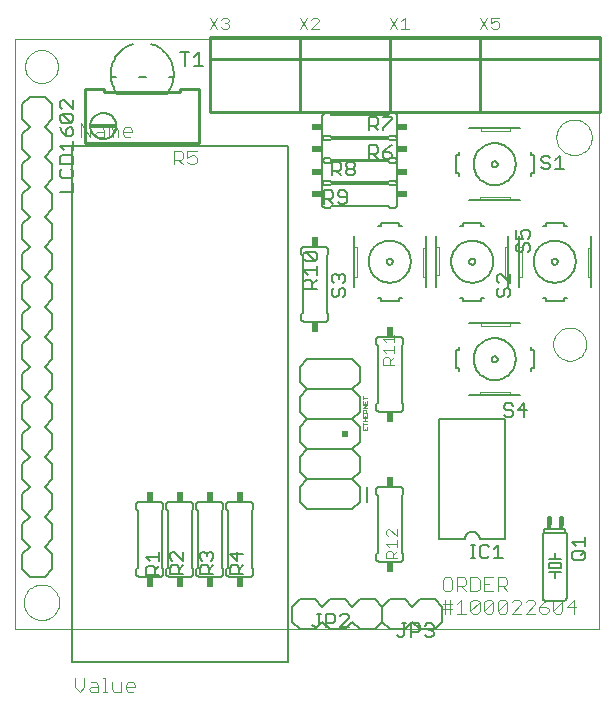
<source format=gto>
G75*
%MOIN*%
%OFA0B0*%
%FSLAX24Y24*%
%IPPOS*%
%LPD*%
%AMOC8*
5,1,8,0,0,1.08239X$1,22.5*
%
%ADD10C,0.0000*%
%ADD11C,0.0040*%
%ADD12C,0.0060*%
%ADD13R,0.0240X0.0340*%
%ADD14C,0.0050*%
%ADD15C,0.0080*%
%ADD16C,0.0100*%
%ADD17R,0.0827X0.0157*%
%ADD18C,0.0020*%
%ADD19R,0.0340X0.0240*%
%ADD20C,0.0010*%
%ADD21R,0.0200X0.0200*%
%ADD22C,0.0160*%
%ADD23R,0.0160X0.0230*%
D10*
X000800Y002782D02*
X000800Y022467D01*
X020292Y022467D01*
X020292Y002782D01*
X000800Y002782D01*
X001103Y003676D02*
X001105Y003724D01*
X001111Y003772D01*
X001121Y003819D01*
X001134Y003865D01*
X001152Y003910D01*
X001172Y003954D01*
X001197Y003996D01*
X001225Y004035D01*
X001255Y004072D01*
X001289Y004106D01*
X001326Y004138D01*
X001364Y004167D01*
X001405Y004192D01*
X001448Y004214D01*
X001493Y004232D01*
X001539Y004246D01*
X001586Y004257D01*
X001634Y004264D01*
X001682Y004267D01*
X001730Y004266D01*
X001778Y004261D01*
X001826Y004252D01*
X001872Y004240D01*
X001917Y004223D01*
X001961Y004203D01*
X002003Y004180D01*
X002043Y004153D01*
X002081Y004123D01*
X002116Y004090D01*
X002148Y004054D01*
X002178Y004016D01*
X002204Y003975D01*
X002226Y003932D01*
X002246Y003888D01*
X002261Y003843D01*
X002273Y003796D01*
X002281Y003748D01*
X002285Y003700D01*
X002285Y003652D01*
X002281Y003604D01*
X002273Y003556D01*
X002261Y003509D01*
X002246Y003464D01*
X002226Y003420D01*
X002204Y003377D01*
X002178Y003336D01*
X002148Y003298D01*
X002116Y003262D01*
X002081Y003229D01*
X002043Y003199D01*
X002003Y003172D01*
X001961Y003149D01*
X001917Y003129D01*
X001872Y003112D01*
X001826Y003100D01*
X001778Y003091D01*
X001730Y003086D01*
X001682Y003085D01*
X001634Y003088D01*
X001586Y003095D01*
X001539Y003106D01*
X001493Y003120D01*
X001448Y003138D01*
X001405Y003160D01*
X001364Y003185D01*
X001326Y003214D01*
X001289Y003246D01*
X001255Y003280D01*
X001225Y003317D01*
X001197Y003356D01*
X001172Y003398D01*
X001152Y003442D01*
X001134Y003487D01*
X001121Y003533D01*
X001111Y003580D01*
X001105Y003628D01*
X001103Y003676D01*
X001143Y021532D02*
X001145Y021579D01*
X001151Y021625D01*
X001161Y021671D01*
X001174Y021716D01*
X001192Y021759D01*
X001213Y021801D01*
X001237Y021841D01*
X001265Y021878D01*
X001296Y021913D01*
X001330Y021946D01*
X001366Y021975D01*
X001405Y022001D01*
X001446Y022024D01*
X001489Y022043D01*
X001533Y022059D01*
X001578Y022071D01*
X001624Y022079D01*
X001671Y022083D01*
X001717Y022083D01*
X001764Y022079D01*
X001810Y022071D01*
X001855Y022059D01*
X001899Y022043D01*
X001942Y022024D01*
X001983Y022001D01*
X002022Y021975D01*
X002058Y021946D01*
X002092Y021913D01*
X002123Y021878D01*
X002151Y021841D01*
X002175Y021801D01*
X002196Y021759D01*
X002214Y021716D01*
X002227Y021671D01*
X002237Y021625D01*
X002243Y021579D01*
X002245Y021532D01*
X002243Y021485D01*
X002237Y021439D01*
X002227Y021393D01*
X002214Y021348D01*
X002196Y021305D01*
X002175Y021263D01*
X002151Y021223D01*
X002123Y021186D01*
X002092Y021151D01*
X002058Y021118D01*
X002022Y021089D01*
X001983Y021063D01*
X001942Y021040D01*
X001899Y021021D01*
X001855Y021005D01*
X001810Y020993D01*
X001764Y020985D01*
X001717Y020981D01*
X001671Y020981D01*
X001624Y020985D01*
X001578Y020993D01*
X001533Y021005D01*
X001489Y021021D01*
X001446Y021040D01*
X001405Y021063D01*
X001366Y021089D01*
X001330Y021118D01*
X001296Y021151D01*
X001265Y021186D01*
X001237Y021223D01*
X001213Y021263D01*
X001192Y021305D01*
X001174Y021348D01*
X001161Y021393D01*
X001151Y021439D01*
X001145Y021485D01*
X001143Y021532D01*
X018749Y012282D02*
X018751Y012329D01*
X018757Y012375D01*
X018767Y012421D01*
X018780Y012466D01*
X018798Y012509D01*
X018819Y012551D01*
X018843Y012591D01*
X018871Y012628D01*
X018902Y012663D01*
X018936Y012696D01*
X018972Y012725D01*
X019011Y012751D01*
X019052Y012774D01*
X019095Y012793D01*
X019139Y012809D01*
X019184Y012821D01*
X019230Y012829D01*
X019277Y012833D01*
X019323Y012833D01*
X019370Y012829D01*
X019416Y012821D01*
X019461Y012809D01*
X019505Y012793D01*
X019548Y012774D01*
X019589Y012751D01*
X019628Y012725D01*
X019664Y012696D01*
X019698Y012663D01*
X019729Y012628D01*
X019757Y012591D01*
X019781Y012551D01*
X019802Y012509D01*
X019820Y012466D01*
X019833Y012421D01*
X019843Y012375D01*
X019849Y012329D01*
X019851Y012282D01*
X019849Y012235D01*
X019843Y012189D01*
X019833Y012143D01*
X019820Y012098D01*
X019802Y012055D01*
X019781Y012013D01*
X019757Y011973D01*
X019729Y011936D01*
X019698Y011901D01*
X019664Y011868D01*
X019628Y011839D01*
X019589Y011813D01*
X019548Y011790D01*
X019505Y011771D01*
X019461Y011755D01*
X019416Y011743D01*
X019370Y011735D01*
X019323Y011731D01*
X019277Y011731D01*
X019230Y011735D01*
X019184Y011743D01*
X019139Y011755D01*
X019095Y011771D01*
X019052Y011790D01*
X019011Y011813D01*
X018972Y011839D01*
X018936Y011868D01*
X018902Y011901D01*
X018871Y011936D01*
X018843Y011973D01*
X018819Y012013D01*
X018798Y012055D01*
X018780Y012098D01*
X018767Y012143D01*
X018757Y012189D01*
X018751Y012235D01*
X018749Y012282D01*
X018853Y019176D02*
X018855Y019224D01*
X018861Y019272D01*
X018871Y019319D01*
X018884Y019365D01*
X018902Y019410D01*
X018922Y019454D01*
X018947Y019496D01*
X018975Y019535D01*
X019005Y019572D01*
X019039Y019606D01*
X019076Y019638D01*
X019114Y019667D01*
X019155Y019692D01*
X019198Y019714D01*
X019243Y019732D01*
X019289Y019746D01*
X019336Y019757D01*
X019384Y019764D01*
X019432Y019767D01*
X019480Y019766D01*
X019528Y019761D01*
X019576Y019752D01*
X019622Y019740D01*
X019667Y019723D01*
X019711Y019703D01*
X019753Y019680D01*
X019793Y019653D01*
X019831Y019623D01*
X019866Y019590D01*
X019898Y019554D01*
X019928Y019516D01*
X019954Y019475D01*
X019976Y019432D01*
X019996Y019388D01*
X020011Y019343D01*
X020023Y019296D01*
X020031Y019248D01*
X020035Y019200D01*
X020035Y019152D01*
X020031Y019104D01*
X020023Y019056D01*
X020011Y019009D01*
X019996Y018964D01*
X019976Y018920D01*
X019954Y018877D01*
X019928Y018836D01*
X019898Y018798D01*
X019866Y018762D01*
X019831Y018729D01*
X019793Y018699D01*
X019753Y018672D01*
X019711Y018649D01*
X019667Y018629D01*
X019622Y018612D01*
X019576Y018600D01*
X019528Y018591D01*
X019480Y018586D01*
X019432Y018585D01*
X019384Y018588D01*
X019336Y018595D01*
X019289Y018606D01*
X019243Y018620D01*
X019198Y018638D01*
X019155Y018660D01*
X019114Y018685D01*
X019076Y018714D01*
X019039Y018746D01*
X019005Y018780D01*
X018975Y018817D01*
X018947Y018856D01*
X018922Y018898D01*
X018902Y018942D01*
X018884Y018987D01*
X018871Y019033D01*
X018861Y019080D01*
X018855Y019128D01*
X018853Y019176D01*
D11*
X016868Y022802D02*
X016748Y022802D01*
X016688Y022862D01*
X016688Y022982D02*
X016808Y023042D01*
X016868Y023042D01*
X016929Y022982D01*
X016929Y022862D01*
X016868Y022802D01*
X016688Y022982D02*
X016688Y023162D01*
X016929Y023162D01*
X016560Y023162D02*
X016320Y022802D01*
X016560Y022802D02*
X016320Y023162D01*
X013929Y022802D02*
X013688Y022802D01*
X013808Y022802D02*
X013808Y023162D01*
X013688Y023042D01*
X013560Y023162D02*
X013320Y022802D01*
X013560Y022802D02*
X013320Y023162D01*
X010929Y023102D02*
X010868Y023162D01*
X010748Y023162D01*
X010688Y023102D01*
X010560Y023162D02*
X010320Y022802D01*
X010560Y022802D02*
X010320Y023162D01*
X010688Y022802D02*
X010929Y023042D01*
X010929Y023102D01*
X010929Y022802D02*
X010688Y022802D01*
X007929Y022862D02*
X007868Y022802D01*
X007748Y022802D01*
X007688Y022862D01*
X007560Y022802D02*
X007320Y023162D01*
X007560Y023162D02*
X007320Y022802D01*
X007688Y023102D02*
X007748Y023162D01*
X007868Y023162D01*
X007929Y023102D01*
X007929Y023042D01*
X007868Y022982D01*
X007929Y022922D01*
X007929Y022862D01*
X007868Y022982D02*
X007808Y022982D01*
X004631Y019509D02*
X004478Y019509D01*
X004401Y019432D01*
X004401Y019279D01*
X004478Y019202D01*
X004631Y019202D01*
X004708Y019355D02*
X004401Y019355D01*
X004248Y019432D02*
X004171Y019509D01*
X004094Y019432D01*
X004094Y019202D01*
X003941Y019202D02*
X003941Y019509D01*
X004018Y019509D01*
X004094Y019432D01*
X004248Y019432D02*
X004248Y019202D01*
X003787Y019202D02*
X003557Y019202D01*
X003480Y019279D01*
X003557Y019355D01*
X003787Y019355D01*
X003787Y019432D02*
X003787Y019202D01*
X003787Y019432D02*
X003711Y019509D01*
X003557Y019509D01*
X003327Y019662D02*
X003327Y019202D01*
X003020Y019662D01*
X003020Y019202D01*
X004631Y019509D02*
X004708Y019432D01*
X004708Y019355D01*
X006098Y018731D02*
X006098Y018270D01*
X006098Y018424D02*
X006328Y018424D01*
X006405Y018501D01*
X006405Y018654D01*
X006328Y018731D01*
X006098Y018731D01*
X006251Y018424D02*
X006405Y018270D01*
X006558Y018347D02*
X006635Y018270D01*
X006789Y018270D01*
X006865Y018347D01*
X006865Y018501D01*
X006789Y018577D01*
X006712Y018577D01*
X006558Y018501D01*
X006558Y018731D01*
X006865Y018731D01*
X013070Y012459D02*
X013430Y012459D01*
X013430Y012579D02*
X013430Y012338D01*
X013430Y012210D02*
X013430Y011970D01*
X013430Y012090D02*
X013070Y012090D01*
X013190Y011970D01*
X013250Y011842D02*
X013310Y011782D01*
X013310Y011602D01*
X013310Y011722D02*
X013430Y011842D01*
X013250Y011842D02*
X013130Y011842D01*
X013070Y011782D01*
X013070Y011602D01*
X013430Y011602D01*
X013190Y012338D02*
X013070Y012459D01*
X013230Y006124D02*
X013170Y006064D01*
X013170Y005944D01*
X013230Y005884D01*
X013230Y006124D02*
X013290Y006124D01*
X013530Y005884D01*
X013530Y006124D01*
X013530Y005755D02*
X013530Y005515D01*
X013530Y005635D02*
X013170Y005635D01*
X013290Y005515D01*
X013230Y005387D02*
X013350Y005387D01*
X013410Y005327D01*
X013410Y005147D01*
X013410Y005267D02*
X013530Y005387D01*
X013230Y005387D02*
X013170Y005327D01*
X013170Y005147D01*
X013530Y005147D01*
X015070Y004435D02*
X015070Y004129D01*
X015147Y004052D01*
X015300Y004052D01*
X015377Y004129D01*
X015377Y004435D01*
X015300Y004512D01*
X015147Y004512D01*
X015070Y004435D01*
X015530Y004512D02*
X015530Y004052D01*
X015530Y004205D02*
X015761Y004205D01*
X015837Y004282D01*
X015837Y004435D01*
X015761Y004512D01*
X015530Y004512D01*
X015684Y004205D02*
X015837Y004052D01*
X015991Y004052D02*
X016221Y004052D01*
X016298Y004129D01*
X016298Y004435D01*
X016221Y004512D01*
X015991Y004512D01*
X015991Y004052D01*
X016068Y003762D02*
X016221Y003762D01*
X016298Y003685D01*
X015991Y003379D01*
X016068Y003302D01*
X016221Y003302D01*
X016298Y003379D01*
X016298Y003685D01*
X016451Y003685D02*
X016451Y003379D01*
X016758Y003685D01*
X016758Y003379D01*
X016681Y003302D01*
X016528Y003302D01*
X016451Y003379D01*
X016451Y003685D02*
X016528Y003762D01*
X016681Y003762D01*
X016758Y003685D01*
X016912Y003685D02*
X016912Y003379D01*
X017218Y003685D01*
X017218Y003379D01*
X017142Y003302D01*
X016988Y003302D01*
X016912Y003379D01*
X016912Y003685D02*
X016988Y003762D01*
X017142Y003762D01*
X017218Y003685D01*
X017372Y003685D02*
X017449Y003762D01*
X017602Y003762D01*
X017679Y003685D01*
X017679Y003609D01*
X017372Y003302D01*
X017679Y003302D01*
X017832Y003302D02*
X018139Y003609D01*
X018139Y003685D01*
X018063Y003762D01*
X017909Y003762D01*
X017832Y003685D01*
X017832Y003302D02*
X018139Y003302D01*
X018293Y003379D02*
X018369Y003302D01*
X018523Y003302D01*
X018600Y003379D01*
X018600Y003455D01*
X018523Y003532D01*
X018293Y003532D01*
X018293Y003379D01*
X018293Y003532D02*
X018446Y003685D01*
X018600Y003762D01*
X018753Y003685D02*
X018830Y003762D01*
X018983Y003762D01*
X019060Y003685D01*
X018753Y003379D01*
X018830Y003302D01*
X018983Y003302D01*
X019060Y003379D01*
X019060Y003685D01*
X019214Y003532D02*
X019520Y003532D01*
X019444Y003302D02*
X019444Y003762D01*
X019214Y003532D01*
X018753Y003379D02*
X018753Y003685D01*
X017218Y004052D02*
X017065Y004205D01*
X017142Y004205D02*
X016912Y004205D01*
X016912Y004052D02*
X016912Y004512D01*
X017142Y004512D01*
X017218Y004435D01*
X017218Y004282D01*
X017142Y004205D01*
X016758Y004052D02*
X016451Y004052D01*
X016451Y004512D01*
X016758Y004512D01*
X016605Y004282D02*
X016451Y004282D01*
X016068Y003762D02*
X015991Y003685D01*
X015991Y003379D01*
X015837Y003302D02*
X015530Y003302D01*
X015684Y003302D02*
X015684Y003762D01*
X015530Y003609D01*
X015377Y003609D02*
X015300Y003609D01*
X015070Y003609D01*
X015070Y003455D02*
X015377Y003455D01*
X015300Y003302D02*
X015300Y003762D01*
X015147Y003762D02*
X015147Y003302D01*
X004815Y000932D02*
X004815Y000855D01*
X004508Y000855D01*
X004508Y000779D02*
X004508Y000932D01*
X004585Y001009D01*
X004738Y001009D01*
X004815Y000932D01*
X004738Y000702D02*
X004585Y000702D01*
X004508Y000779D01*
X004355Y000702D02*
X004355Y001009D01*
X004048Y001009D02*
X004048Y000779D01*
X004124Y000702D01*
X004355Y000702D01*
X003894Y000702D02*
X003741Y000702D01*
X003818Y000702D02*
X003818Y001162D01*
X003741Y001162D01*
X003587Y000932D02*
X003587Y000702D01*
X003357Y000702D01*
X003280Y000779D01*
X003357Y000855D01*
X003587Y000855D01*
X003587Y000932D02*
X003511Y001009D01*
X003357Y001009D01*
X003127Y000855D02*
X003127Y001162D01*
X003127Y000855D02*
X002973Y000702D01*
X002820Y000855D01*
X002820Y001162D01*
D12*
X004950Y004532D02*
X005650Y004532D01*
X005667Y004534D01*
X005684Y004538D01*
X005700Y004545D01*
X005714Y004555D01*
X005727Y004568D01*
X005737Y004582D01*
X005744Y004598D01*
X005748Y004615D01*
X005750Y004632D01*
X005750Y004782D01*
X005700Y004832D01*
X005700Y006732D01*
X005750Y006782D01*
X005750Y006932D01*
X005850Y006932D02*
X005850Y006782D01*
X005900Y006732D01*
X005900Y004832D01*
X005850Y004782D01*
X005850Y004632D01*
X005852Y004615D01*
X005856Y004598D01*
X005863Y004582D01*
X005873Y004568D01*
X005886Y004555D01*
X005900Y004545D01*
X005916Y004538D01*
X005933Y004534D01*
X005950Y004532D01*
X006650Y004532D01*
X006667Y004534D01*
X006684Y004538D01*
X006700Y004545D01*
X006714Y004555D01*
X006727Y004568D01*
X006737Y004582D01*
X006744Y004598D01*
X006748Y004615D01*
X006750Y004632D01*
X006750Y004782D01*
X006700Y004832D01*
X006700Y006732D01*
X006750Y006782D01*
X006750Y006932D01*
X006748Y006949D01*
X006744Y006966D01*
X006737Y006982D01*
X006727Y006996D01*
X006714Y007009D01*
X006700Y007019D01*
X006684Y007026D01*
X006667Y007030D01*
X006650Y007032D01*
X005950Y007032D01*
X005933Y007030D01*
X005916Y007026D01*
X005900Y007019D01*
X005886Y007009D01*
X005873Y006996D01*
X005863Y006982D01*
X005856Y006966D01*
X005852Y006949D01*
X005850Y006932D01*
X005750Y006932D02*
X005748Y006949D01*
X005744Y006966D01*
X005737Y006982D01*
X005727Y006996D01*
X005714Y007009D01*
X005700Y007019D01*
X005684Y007026D01*
X005667Y007030D01*
X005650Y007032D01*
X004950Y007032D01*
X004933Y007030D01*
X004916Y007026D01*
X004900Y007019D01*
X004886Y007009D01*
X004873Y006996D01*
X004863Y006982D01*
X004856Y006966D01*
X004852Y006949D01*
X004850Y006932D01*
X004850Y006782D01*
X004900Y006732D01*
X004900Y004832D01*
X004850Y004782D01*
X004850Y004632D01*
X004852Y004615D01*
X004856Y004598D01*
X004863Y004582D01*
X004873Y004568D01*
X004886Y004555D01*
X004900Y004545D01*
X004916Y004538D01*
X004933Y004534D01*
X004950Y004532D01*
X006850Y004632D02*
X006850Y004782D01*
X006900Y004832D01*
X006900Y006732D01*
X006850Y006782D01*
X006850Y006932D01*
X006852Y006949D01*
X006856Y006966D01*
X006863Y006982D01*
X006873Y006996D01*
X006886Y007009D01*
X006900Y007019D01*
X006916Y007026D01*
X006933Y007030D01*
X006950Y007032D01*
X007650Y007032D01*
X007667Y007030D01*
X007684Y007026D01*
X007700Y007019D01*
X007714Y007009D01*
X007727Y006996D01*
X007737Y006982D01*
X007744Y006966D01*
X007748Y006949D01*
X007750Y006932D01*
X007750Y006782D01*
X007700Y006732D01*
X007700Y004832D01*
X007750Y004782D01*
X007750Y004632D01*
X007748Y004615D01*
X007744Y004598D01*
X007737Y004582D01*
X007727Y004568D01*
X007714Y004555D01*
X007700Y004545D01*
X007684Y004538D01*
X007667Y004534D01*
X007650Y004532D01*
X006950Y004532D01*
X006933Y004534D01*
X006916Y004538D01*
X006900Y004545D01*
X006886Y004555D01*
X006873Y004568D01*
X006863Y004582D01*
X006856Y004598D01*
X006852Y004615D01*
X006850Y004632D01*
X007850Y004632D02*
X007850Y004782D01*
X007900Y004832D01*
X007900Y006732D01*
X007850Y006782D01*
X007850Y006932D01*
X007852Y006949D01*
X007856Y006966D01*
X007863Y006982D01*
X007873Y006996D01*
X007886Y007009D01*
X007900Y007019D01*
X007916Y007026D01*
X007933Y007030D01*
X007950Y007032D01*
X008650Y007032D01*
X008667Y007030D01*
X008684Y007026D01*
X008700Y007019D01*
X008714Y007009D01*
X008727Y006996D01*
X008737Y006982D01*
X008744Y006966D01*
X008748Y006949D01*
X008750Y006932D01*
X008750Y006782D01*
X008700Y006732D01*
X008700Y004832D01*
X008750Y004782D01*
X008750Y004632D01*
X008748Y004615D01*
X008744Y004598D01*
X008737Y004582D01*
X008727Y004568D01*
X008714Y004555D01*
X008700Y004545D01*
X008684Y004538D01*
X008667Y004534D01*
X008650Y004532D01*
X007950Y004532D01*
X007933Y004534D01*
X007916Y004538D01*
X007900Y004545D01*
X007886Y004555D01*
X007873Y004568D01*
X007863Y004582D01*
X007856Y004598D01*
X007852Y004615D01*
X007850Y004632D01*
X010300Y007032D02*
X010300Y007532D01*
X010550Y007782D01*
X012050Y007782D01*
X012300Y008032D01*
X012300Y008532D01*
X012050Y008782D01*
X010550Y008782D01*
X010300Y009032D01*
X010300Y009532D01*
X010550Y009782D01*
X012050Y009782D01*
X012300Y010032D01*
X012300Y010532D01*
X012050Y010782D01*
X012300Y011032D01*
X012300Y011532D01*
X012050Y011782D01*
X010550Y011782D01*
X010300Y011532D01*
X010300Y011032D01*
X010550Y010782D01*
X012050Y010782D01*
X012850Y010282D02*
X012900Y010332D01*
X012900Y012232D01*
X012850Y012282D01*
X012850Y012432D01*
X012852Y012449D01*
X012856Y012466D01*
X012863Y012482D01*
X012873Y012496D01*
X012886Y012509D01*
X012900Y012519D01*
X012916Y012526D01*
X012933Y012530D01*
X012950Y012532D01*
X013650Y012532D01*
X013667Y012530D01*
X013684Y012526D01*
X013700Y012519D01*
X013714Y012509D01*
X013727Y012496D01*
X013737Y012482D01*
X013744Y012466D01*
X013748Y012449D01*
X013750Y012432D01*
X013750Y012282D01*
X013700Y012232D01*
X013700Y010332D01*
X013750Y010282D01*
X013750Y010132D01*
X013748Y010115D01*
X013744Y010098D01*
X013737Y010082D01*
X013727Y010068D01*
X013714Y010055D01*
X013700Y010045D01*
X013684Y010038D01*
X013667Y010034D01*
X013650Y010032D01*
X012950Y010032D01*
X012933Y010034D01*
X012916Y010038D01*
X012900Y010045D01*
X012886Y010055D01*
X012873Y010068D01*
X012863Y010082D01*
X012856Y010098D01*
X012852Y010115D01*
X012850Y010132D01*
X012850Y010282D01*
X012300Y009532D02*
X012300Y009032D01*
X012050Y008782D01*
X012300Y009532D02*
X012050Y009782D01*
X010550Y009782D02*
X010300Y010032D01*
X010300Y010532D01*
X010550Y010782D01*
X010550Y008782D02*
X010300Y008532D01*
X010300Y008032D01*
X010550Y007782D01*
X010300Y007032D02*
X010550Y006782D01*
X012050Y006782D01*
X012300Y007032D01*
X012300Y007532D01*
X012050Y007782D01*
X012850Y007432D02*
X012850Y007282D01*
X012900Y007232D01*
X012900Y005332D01*
X012850Y005282D01*
X012850Y005132D01*
X012852Y005115D01*
X012856Y005098D01*
X012863Y005082D01*
X012873Y005068D01*
X012886Y005055D01*
X012900Y005045D01*
X012916Y005038D01*
X012933Y005034D01*
X012950Y005032D01*
X013650Y005032D01*
X013667Y005034D01*
X013684Y005038D01*
X013700Y005045D01*
X013714Y005055D01*
X013727Y005068D01*
X013737Y005082D01*
X013744Y005098D01*
X013748Y005115D01*
X013750Y005132D01*
X013750Y005282D01*
X013700Y005332D01*
X013700Y007232D01*
X013750Y007282D01*
X013750Y007432D01*
X013748Y007449D01*
X013744Y007466D01*
X013737Y007482D01*
X013727Y007496D01*
X013714Y007509D01*
X013700Y007519D01*
X013684Y007526D01*
X013667Y007530D01*
X013650Y007532D01*
X012950Y007532D01*
X012933Y007530D01*
X012916Y007526D01*
X012900Y007519D01*
X012886Y007509D01*
X012873Y007496D01*
X012863Y007482D01*
X012856Y007466D01*
X012852Y007449D01*
X012850Y007432D01*
X014950Y005782D02*
X014950Y009782D01*
X017150Y009782D01*
X017150Y005782D01*
X016300Y005782D01*
X016298Y005812D01*
X016293Y005842D01*
X016284Y005871D01*
X016271Y005898D01*
X016256Y005924D01*
X016237Y005948D01*
X016216Y005969D01*
X016192Y005988D01*
X016166Y006003D01*
X016139Y006016D01*
X016110Y006025D01*
X016080Y006030D01*
X016050Y006032D01*
X016020Y006030D01*
X015990Y006025D01*
X015961Y006016D01*
X015934Y006003D01*
X015908Y005988D01*
X015884Y005969D01*
X015863Y005948D01*
X015844Y005924D01*
X015829Y005898D01*
X015816Y005871D01*
X015807Y005842D01*
X015802Y005812D01*
X015800Y005782D01*
X014950Y005782D01*
X018400Y005982D02*
X018400Y003832D01*
X018402Y003815D01*
X018406Y003798D01*
X018413Y003782D01*
X018423Y003768D01*
X018436Y003755D01*
X018450Y003745D01*
X018466Y003738D01*
X018483Y003734D01*
X018500Y003732D01*
X019100Y003732D01*
X019117Y003734D01*
X019134Y003738D01*
X019150Y003745D01*
X019164Y003755D01*
X019177Y003768D01*
X019187Y003782D01*
X019194Y003798D01*
X019198Y003815D01*
X019200Y003832D01*
X019200Y005982D01*
X019150Y005982D01*
X018450Y005982D01*
X018400Y005982D01*
X018450Y005982D02*
X018450Y006132D01*
X019150Y006132D01*
X019150Y005982D01*
X018800Y005332D02*
X018800Y005132D01*
X018600Y005132D01*
X018600Y004982D02*
X018600Y004832D01*
X019000Y004832D01*
X019000Y004982D01*
X018600Y004982D01*
X018800Y005132D02*
X019000Y005132D01*
X019000Y004682D02*
X018800Y004682D01*
X018600Y004682D01*
X018800Y004682D02*
X018800Y004482D01*
X017650Y010582D02*
X017300Y010582D01*
X016300Y010582D01*
X015950Y010582D01*
X015600Y011382D02*
X015600Y011482D01*
X015500Y011482D01*
X015500Y012082D01*
X015600Y012082D01*
X015600Y012182D01*
X015950Y012982D02*
X016350Y012982D01*
X017300Y012982D01*
X017650Y012982D01*
X018000Y012182D02*
X018000Y012082D01*
X018100Y012082D01*
X018100Y011482D01*
X018000Y011482D01*
X018000Y011382D01*
X016700Y011782D02*
X016702Y011802D01*
X016708Y011820D01*
X016717Y011838D01*
X016729Y011853D01*
X016744Y011865D01*
X016762Y011874D01*
X016780Y011880D01*
X016800Y011882D01*
X016820Y011880D01*
X016838Y011874D01*
X016856Y011865D01*
X016871Y011853D01*
X016883Y011838D01*
X016892Y011820D01*
X016898Y011802D01*
X016900Y011782D01*
X016898Y011762D01*
X016892Y011744D01*
X016883Y011726D01*
X016871Y011711D01*
X016856Y011699D01*
X016838Y011690D01*
X016820Y011684D01*
X016800Y011682D01*
X016780Y011684D01*
X016762Y011690D01*
X016744Y011699D01*
X016729Y011711D01*
X016717Y011726D01*
X016708Y011744D01*
X016702Y011762D01*
X016700Y011782D01*
X016100Y011782D02*
X016102Y011834D01*
X016108Y011886D01*
X016118Y011938D01*
X016131Y011988D01*
X016148Y012038D01*
X016169Y012086D01*
X016194Y012132D01*
X016222Y012176D01*
X016253Y012218D01*
X016287Y012258D01*
X016324Y012295D01*
X016364Y012329D01*
X016406Y012360D01*
X016450Y012388D01*
X016496Y012413D01*
X016544Y012434D01*
X016594Y012451D01*
X016644Y012464D01*
X016696Y012474D01*
X016748Y012480D01*
X016800Y012482D01*
X016852Y012480D01*
X016904Y012474D01*
X016956Y012464D01*
X017006Y012451D01*
X017056Y012434D01*
X017104Y012413D01*
X017150Y012388D01*
X017194Y012360D01*
X017236Y012329D01*
X017276Y012295D01*
X017313Y012258D01*
X017347Y012218D01*
X017378Y012176D01*
X017406Y012132D01*
X017431Y012086D01*
X017452Y012038D01*
X017469Y011988D01*
X017482Y011938D01*
X017492Y011886D01*
X017498Y011834D01*
X017500Y011782D01*
X017498Y011730D01*
X017492Y011678D01*
X017482Y011626D01*
X017469Y011576D01*
X017452Y011526D01*
X017431Y011478D01*
X017406Y011432D01*
X017378Y011388D01*
X017347Y011346D01*
X017313Y011306D01*
X017276Y011269D01*
X017236Y011235D01*
X017194Y011204D01*
X017150Y011176D01*
X017104Y011151D01*
X017056Y011130D01*
X017006Y011113D01*
X016956Y011100D01*
X016904Y011090D01*
X016852Y011084D01*
X016800Y011082D01*
X016748Y011084D01*
X016696Y011090D01*
X016644Y011100D01*
X016594Y011113D01*
X016544Y011130D01*
X016496Y011151D01*
X016450Y011176D01*
X016406Y011204D01*
X016364Y011235D01*
X016324Y011269D01*
X016287Y011306D01*
X016253Y011346D01*
X016222Y011388D01*
X016194Y011432D01*
X016169Y011478D01*
X016148Y011526D01*
X016131Y011576D01*
X016118Y011626D01*
X016108Y011678D01*
X016102Y011730D01*
X016100Y011782D01*
X016350Y013732D02*
X015750Y013732D01*
X015750Y013832D01*
X015650Y013832D01*
X016350Y013832D02*
X016350Y013732D01*
X016350Y013832D02*
X016450Y013832D01*
X017250Y014182D02*
X017250Y014532D01*
X017250Y015532D01*
X017250Y015882D01*
X017600Y015882D02*
X017600Y015532D01*
X017600Y014532D01*
X017600Y014182D01*
X018400Y013832D02*
X018500Y013832D01*
X018500Y013732D01*
X019100Y013732D01*
X019100Y013832D01*
X019200Y013832D01*
X020000Y014182D02*
X020000Y014532D01*
X020000Y015482D01*
X020000Y015882D01*
X019200Y016232D02*
X019100Y016232D01*
X019100Y016332D01*
X018500Y016332D01*
X018500Y016232D01*
X018400Y016232D01*
X017650Y017082D02*
X017300Y017082D01*
X016300Y017082D01*
X015950Y017082D01*
X015750Y016332D02*
X015750Y016232D01*
X015650Y016232D01*
X015750Y016332D02*
X016350Y016332D01*
X016350Y016232D01*
X016450Y016232D01*
X015950Y015032D02*
X015952Y015052D01*
X015958Y015070D01*
X015967Y015088D01*
X015979Y015103D01*
X015994Y015115D01*
X016012Y015124D01*
X016030Y015130D01*
X016050Y015132D01*
X016070Y015130D01*
X016088Y015124D01*
X016106Y015115D01*
X016121Y015103D01*
X016133Y015088D01*
X016142Y015070D01*
X016148Y015052D01*
X016150Y015032D01*
X016148Y015012D01*
X016142Y014994D01*
X016133Y014976D01*
X016121Y014961D01*
X016106Y014949D01*
X016088Y014940D01*
X016070Y014934D01*
X016050Y014932D01*
X016030Y014934D01*
X016012Y014940D01*
X015994Y014949D01*
X015979Y014961D01*
X015967Y014976D01*
X015958Y014994D01*
X015952Y015012D01*
X015950Y015032D01*
X015350Y015032D02*
X015352Y015084D01*
X015358Y015136D01*
X015368Y015188D01*
X015381Y015238D01*
X015398Y015288D01*
X015419Y015336D01*
X015444Y015382D01*
X015472Y015426D01*
X015503Y015468D01*
X015537Y015508D01*
X015574Y015545D01*
X015614Y015579D01*
X015656Y015610D01*
X015700Y015638D01*
X015746Y015663D01*
X015794Y015684D01*
X015844Y015701D01*
X015894Y015714D01*
X015946Y015724D01*
X015998Y015730D01*
X016050Y015732D01*
X016102Y015730D01*
X016154Y015724D01*
X016206Y015714D01*
X016256Y015701D01*
X016306Y015684D01*
X016354Y015663D01*
X016400Y015638D01*
X016444Y015610D01*
X016486Y015579D01*
X016526Y015545D01*
X016563Y015508D01*
X016597Y015468D01*
X016628Y015426D01*
X016656Y015382D01*
X016681Y015336D01*
X016702Y015288D01*
X016719Y015238D01*
X016732Y015188D01*
X016742Y015136D01*
X016748Y015084D01*
X016750Y015032D01*
X016748Y014980D01*
X016742Y014928D01*
X016732Y014876D01*
X016719Y014826D01*
X016702Y014776D01*
X016681Y014728D01*
X016656Y014682D01*
X016628Y014638D01*
X016597Y014596D01*
X016563Y014556D01*
X016526Y014519D01*
X016486Y014485D01*
X016444Y014454D01*
X016400Y014426D01*
X016354Y014401D01*
X016306Y014380D01*
X016256Y014363D01*
X016206Y014350D01*
X016154Y014340D01*
X016102Y014334D01*
X016050Y014332D01*
X015998Y014334D01*
X015946Y014340D01*
X015894Y014350D01*
X015844Y014363D01*
X015794Y014380D01*
X015746Y014401D01*
X015700Y014426D01*
X015656Y014454D01*
X015614Y014485D01*
X015574Y014519D01*
X015537Y014556D01*
X015503Y014596D01*
X015472Y014638D01*
X015444Y014682D01*
X015419Y014728D01*
X015398Y014776D01*
X015381Y014826D01*
X015368Y014876D01*
X015358Y014928D01*
X015352Y014980D01*
X015350Y015032D01*
X014850Y014582D02*
X014850Y014182D01*
X014500Y014182D02*
X014500Y014532D01*
X014500Y015482D01*
X014500Y015882D01*
X014850Y015882D02*
X014850Y015532D01*
X014850Y014582D01*
X013700Y013832D02*
X013600Y013832D01*
X013600Y013732D01*
X013000Y013732D01*
X013000Y013832D01*
X012900Y013832D01*
X012100Y014182D02*
X012100Y014532D01*
X012100Y015532D01*
X012100Y015882D01*
X012900Y016232D02*
X013000Y016232D01*
X013000Y016332D01*
X013600Y016332D01*
X013600Y016232D01*
X013700Y016232D01*
X013450Y016832D02*
X013300Y016832D01*
X013250Y016882D01*
X011350Y016882D01*
X011300Y016832D01*
X011150Y016832D01*
X011133Y016834D01*
X011116Y016838D01*
X011100Y016845D01*
X011086Y016855D01*
X011073Y016868D01*
X011063Y016882D01*
X011056Y016898D01*
X011052Y016915D01*
X011050Y016932D01*
X011050Y017632D01*
X011050Y017682D02*
X011050Y018382D01*
X011050Y018432D02*
X011050Y019132D01*
X011050Y019182D02*
X011050Y019882D01*
X011052Y019899D01*
X011056Y019916D01*
X011063Y019932D01*
X011073Y019946D01*
X011086Y019959D01*
X011100Y019969D01*
X011116Y019976D01*
X011133Y019980D01*
X011150Y019982D01*
X011300Y019982D01*
X011350Y019932D01*
X013250Y019932D01*
X013300Y019982D01*
X013450Y019982D01*
X013467Y019980D01*
X013484Y019976D01*
X013500Y019969D01*
X013514Y019959D01*
X013527Y019946D01*
X013537Y019932D01*
X013544Y019916D01*
X013548Y019899D01*
X013550Y019882D01*
X013550Y019182D01*
X013550Y019132D02*
X013550Y018432D01*
X013550Y018382D02*
X013550Y017682D01*
X013550Y017632D02*
X013550Y016932D01*
X013548Y016915D01*
X013544Y016898D01*
X013537Y016882D01*
X013527Y016868D01*
X013514Y016855D01*
X013500Y016845D01*
X013484Y016838D01*
X013467Y016834D01*
X013450Y016832D01*
X013450Y017582D02*
X013300Y017582D01*
X013250Y017632D01*
X011350Y017632D01*
X011300Y017582D01*
X011150Y017582D01*
X011050Y017632D02*
X011052Y017649D01*
X011056Y017666D01*
X011063Y017682D01*
X011073Y017696D01*
X011086Y017709D01*
X011100Y017719D01*
X011116Y017726D01*
X011133Y017730D01*
X011150Y017732D01*
X011300Y017732D01*
X011350Y017682D01*
X013250Y017682D01*
X013300Y017732D01*
X013450Y017732D01*
X013550Y017682D02*
X013548Y017665D01*
X013544Y017648D01*
X013537Y017632D01*
X013527Y017618D01*
X013514Y017605D01*
X013500Y017595D01*
X013484Y017588D01*
X013467Y017584D01*
X013450Y017582D01*
X013550Y017632D02*
X013548Y017649D01*
X013544Y017666D01*
X013537Y017682D01*
X013527Y017696D01*
X013514Y017709D01*
X013500Y017719D01*
X013484Y017726D01*
X013467Y017730D01*
X013450Y017732D01*
X013450Y018332D02*
X013300Y018332D01*
X013250Y018382D01*
X011350Y018382D01*
X011300Y018332D01*
X011150Y018332D01*
X011050Y018382D02*
X011052Y018399D01*
X011056Y018416D01*
X011063Y018432D01*
X011073Y018446D01*
X011086Y018459D01*
X011100Y018469D01*
X011116Y018476D01*
X011133Y018480D01*
X011150Y018482D01*
X011300Y018482D01*
X011350Y018432D01*
X013250Y018432D01*
X013300Y018482D01*
X013450Y018482D01*
X013550Y018432D02*
X013548Y018415D01*
X013544Y018398D01*
X013537Y018382D01*
X013527Y018368D01*
X013514Y018355D01*
X013500Y018345D01*
X013484Y018338D01*
X013467Y018334D01*
X013450Y018332D01*
X013550Y018382D02*
X013548Y018399D01*
X013544Y018416D01*
X013537Y018432D01*
X013527Y018446D01*
X013514Y018459D01*
X013500Y018469D01*
X013484Y018476D01*
X013467Y018480D01*
X013450Y018482D01*
X013450Y019082D02*
X013300Y019082D01*
X013250Y019132D01*
X011350Y019132D01*
X011300Y019082D01*
X011150Y019082D01*
X011050Y019132D02*
X011052Y019149D01*
X011056Y019166D01*
X011063Y019182D01*
X011073Y019196D01*
X011086Y019209D01*
X011100Y019219D01*
X011116Y019226D01*
X011133Y019230D01*
X011150Y019232D01*
X011300Y019232D01*
X011350Y019182D01*
X013250Y019182D01*
X013300Y019232D01*
X013450Y019232D01*
X013550Y019182D02*
X013548Y019165D01*
X013544Y019148D01*
X013537Y019132D01*
X013527Y019118D01*
X013514Y019105D01*
X013500Y019095D01*
X013484Y019088D01*
X013467Y019084D01*
X013450Y019082D01*
X013550Y019132D02*
X013548Y019149D01*
X013544Y019166D01*
X013537Y019182D01*
X013527Y019196D01*
X013514Y019209D01*
X013500Y019219D01*
X013484Y019226D01*
X013467Y019230D01*
X013450Y019232D01*
X015500Y018582D02*
X015500Y017982D01*
X015600Y017982D01*
X015600Y017882D01*
X015600Y018582D02*
X015600Y018682D01*
X015600Y018582D02*
X015500Y018582D01*
X015950Y019482D02*
X016350Y019482D01*
X017300Y019482D01*
X017650Y019482D01*
X018000Y018682D02*
X018000Y018582D01*
X018100Y018582D01*
X018100Y017982D01*
X018000Y017982D01*
X018000Y017882D01*
X016700Y018282D02*
X016702Y018302D01*
X016708Y018320D01*
X016717Y018338D01*
X016729Y018353D01*
X016744Y018365D01*
X016762Y018374D01*
X016780Y018380D01*
X016800Y018382D01*
X016820Y018380D01*
X016838Y018374D01*
X016856Y018365D01*
X016871Y018353D01*
X016883Y018338D01*
X016892Y018320D01*
X016898Y018302D01*
X016900Y018282D01*
X016898Y018262D01*
X016892Y018244D01*
X016883Y018226D01*
X016871Y018211D01*
X016856Y018199D01*
X016838Y018190D01*
X016820Y018184D01*
X016800Y018182D01*
X016780Y018184D01*
X016762Y018190D01*
X016744Y018199D01*
X016729Y018211D01*
X016717Y018226D01*
X016708Y018244D01*
X016702Y018262D01*
X016700Y018282D01*
X016100Y018282D02*
X016102Y018334D01*
X016108Y018386D01*
X016118Y018438D01*
X016131Y018488D01*
X016148Y018538D01*
X016169Y018586D01*
X016194Y018632D01*
X016222Y018676D01*
X016253Y018718D01*
X016287Y018758D01*
X016324Y018795D01*
X016364Y018829D01*
X016406Y018860D01*
X016450Y018888D01*
X016496Y018913D01*
X016544Y018934D01*
X016594Y018951D01*
X016644Y018964D01*
X016696Y018974D01*
X016748Y018980D01*
X016800Y018982D01*
X016852Y018980D01*
X016904Y018974D01*
X016956Y018964D01*
X017006Y018951D01*
X017056Y018934D01*
X017104Y018913D01*
X017150Y018888D01*
X017194Y018860D01*
X017236Y018829D01*
X017276Y018795D01*
X017313Y018758D01*
X017347Y018718D01*
X017378Y018676D01*
X017406Y018632D01*
X017431Y018586D01*
X017452Y018538D01*
X017469Y018488D01*
X017482Y018438D01*
X017492Y018386D01*
X017498Y018334D01*
X017500Y018282D01*
X017498Y018230D01*
X017492Y018178D01*
X017482Y018126D01*
X017469Y018076D01*
X017452Y018026D01*
X017431Y017978D01*
X017406Y017932D01*
X017378Y017888D01*
X017347Y017846D01*
X017313Y017806D01*
X017276Y017769D01*
X017236Y017735D01*
X017194Y017704D01*
X017150Y017676D01*
X017104Y017651D01*
X017056Y017630D01*
X017006Y017613D01*
X016956Y017600D01*
X016904Y017590D01*
X016852Y017584D01*
X016800Y017582D01*
X016748Y017584D01*
X016696Y017590D01*
X016644Y017600D01*
X016594Y017613D01*
X016544Y017630D01*
X016496Y017651D01*
X016450Y017676D01*
X016406Y017704D01*
X016364Y017735D01*
X016324Y017769D01*
X016287Y017806D01*
X016253Y017846D01*
X016222Y017888D01*
X016194Y017932D01*
X016169Y017978D01*
X016148Y018026D01*
X016131Y018076D01*
X016118Y018126D01*
X016108Y018178D01*
X016102Y018230D01*
X016100Y018282D01*
X018700Y015032D02*
X018702Y015052D01*
X018708Y015070D01*
X018717Y015088D01*
X018729Y015103D01*
X018744Y015115D01*
X018762Y015124D01*
X018780Y015130D01*
X018800Y015132D01*
X018820Y015130D01*
X018838Y015124D01*
X018856Y015115D01*
X018871Y015103D01*
X018883Y015088D01*
X018892Y015070D01*
X018898Y015052D01*
X018900Y015032D01*
X018898Y015012D01*
X018892Y014994D01*
X018883Y014976D01*
X018871Y014961D01*
X018856Y014949D01*
X018838Y014940D01*
X018820Y014934D01*
X018800Y014932D01*
X018780Y014934D01*
X018762Y014940D01*
X018744Y014949D01*
X018729Y014961D01*
X018717Y014976D01*
X018708Y014994D01*
X018702Y015012D01*
X018700Y015032D01*
X018100Y015032D02*
X018102Y015084D01*
X018108Y015136D01*
X018118Y015188D01*
X018131Y015238D01*
X018148Y015288D01*
X018169Y015336D01*
X018194Y015382D01*
X018222Y015426D01*
X018253Y015468D01*
X018287Y015508D01*
X018324Y015545D01*
X018364Y015579D01*
X018406Y015610D01*
X018450Y015638D01*
X018496Y015663D01*
X018544Y015684D01*
X018594Y015701D01*
X018644Y015714D01*
X018696Y015724D01*
X018748Y015730D01*
X018800Y015732D01*
X018852Y015730D01*
X018904Y015724D01*
X018956Y015714D01*
X019006Y015701D01*
X019056Y015684D01*
X019104Y015663D01*
X019150Y015638D01*
X019194Y015610D01*
X019236Y015579D01*
X019276Y015545D01*
X019313Y015508D01*
X019347Y015468D01*
X019378Y015426D01*
X019406Y015382D01*
X019431Y015336D01*
X019452Y015288D01*
X019469Y015238D01*
X019482Y015188D01*
X019492Y015136D01*
X019498Y015084D01*
X019500Y015032D01*
X019498Y014980D01*
X019492Y014928D01*
X019482Y014876D01*
X019469Y014826D01*
X019452Y014776D01*
X019431Y014728D01*
X019406Y014682D01*
X019378Y014638D01*
X019347Y014596D01*
X019313Y014556D01*
X019276Y014519D01*
X019236Y014485D01*
X019194Y014454D01*
X019150Y014426D01*
X019104Y014401D01*
X019056Y014380D01*
X019006Y014363D01*
X018956Y014350D01*
X018904Y014340D01*
X018852Y014334D01*
X018800Y014332D01*
X018748Y014334D01*
X018696Y014340D01*
X018644Y014350D01*
X018594Y014363D01*
X018544Y014380D01*
X018496Y014401D01*
X018450Y014426D01*
X018406Y014454D01*
X018364Y014485D01*
X018324Y014519D01*
X018287Y014556D01*
X018253Y014596D01*
X018222Y014638D01*
X018194Y014682D01*
X018169Y014728D01*
X018148Y014776D01*
X018131Y014826D01*
X018118Y014876D01*
X018108Y014928D01*
X018102Y014980D01*
X018100Y015032D01*
X013200Y015032D02*
X013202Y015052D01*
X013208Y015070D01*
X013217Y015088D01*
X013229Y015103D01*
X013244Y015115D01*
X013262Y015124D01*
X013280Y015130D01*
X013300Y015132D01*
X013320Y015130D01*
X013338Y015124D01*
X013356Y015115D01*
X013371Y015103D01*
X013383Y015088D01*
X013392Y015070D01*
X013398Y015052D01*
X013400Y015032D01*
X013398Y015012D01*
X013392Y014994D01*
X013383Y014976D01*
X013371Y014961D01*
X013356Y014949D01*
X013338Y014940D01*
X013320Y014934D01*
X013300Y014932D01*
X013280Y014934D01*
X013262Y014940D01*
X013244Y014949D01*
X013229Y014961D01*
X013217Y014976D01*
X013208Y014994D01*
X013202Y015012D01*
X013200Y015032D01*
X012600Y015032D02*
X012602Y015084D01*
X012608Y015136D01*
X012618Y015188D01*
X012631Y015238D01*
X012648Y015288D01*
X012669Y015336D01*
X012694Y015382D01*
X012722Y015426D01*
X012753Y015468D01*
X012787Y015508D01*
X012824Y015545D01*
X012864Y015579D01*
X012906Y015610D01*
X012950Y015638D01*
X012996Y015663D01*
X013044Y015684D01*
X013094Y015701D01*
X013144Y015714D01*
X013196Y015724D01*
X013248Y015730D01*
X013300Y015732D01*
X013352Y015730D01*
X013404Y015724D01*
X013456Y015714D01*
X013506Y015701D01*
X013556Y015684D01*
X013604Y015663D01*
X013650Y015638D01*
X013694Y015610D01*
X013736Y015579D01*
X013776Y015545D01*
X013813Y015508D01*
X013847Y015468D01*
X013878Y015426D01*
X013906Y015382D01*
X013931Y015336D01*
X013952Y015288D01*
X013969Y015238D01*
X013982Y015188D01*
X013992Y015136D01*
X013998Y015084D01*
X014000Y015032D01*
X013998Y014980D01*
X013992Y014928D01*
X013982Y014876D01*
X013969Y014826D01*
X013952Y014776D01*
X013931Y014728D01*
X013906Y014682D01*
X013878Y014638D01*
X013847Y014596D01*
X013813Y014556D01*
X013776Y014519D01*
X013736Y014485D01*
X013694Y014454D01*
X013650Y014426D01*
X013604Y014401D01*
X013556Y014380D01*
X013506Y014363D01*
X013456Y014350D01*
X013404Y014340D01*
X013352Y014334D01*
X013300Y014332D01*
X013248Y014334D01*
X013196Y014340D01*
X013144Y014350D01*
X013094Y014363D01*
X013044Y014380D01*
X012996Y014401D01*
X012950Y014426D01*
X012906Y014454D01*
X012864Y014485D01*
X012824Y014519D01*
X012787Y014556D01*
X012753Y014596D01*
X012722Y014638D01*
X012694Y014682D01*
X012669Y014728D01*
X012648Y014776D01*
X012631Y014826D01*
X012618Y014876D01*
X012608Y014928D01*
X012602Y014980D01*
X012600Y015032D01*
X011250Y015282D02*
X011200Y015232D01*
X011200Y013332D01*
X011250Y013282D01*
X011250Y013132D01*
X011248Y013115D01*
X011244Y013098D01*
X011237Y013082D01*
X011227Y013068D01*
X011214Y013055D01*
X011200Y013045D01*
X011184Y013038D01*
X011167Y013034D01*
X011150Y013032D01*
X010450Y013032D01*
X010433Y013034D01*
X010416Y013038D01*
X010400Y013045D01*
X010386Y013055D01*
X010373Y013068D01*
X010363Y013082D01*
X010356Y013098D01*
X010352Y013115D01*
X010350Y013132D01*
X010350Y013282D01*
X010400Y013332D01*
X010400Y015232D01*
X010350Y015282D01*
X010350Y015432D01*
X010352Y015449D01*
X010356Y015466D01*
X010363Y015482D01*
X010373Y015496D01*
X010386Y015509D01*
X010400Y015519D01*
X010416Y015526D01*
X010433Y015530D01*
X010450Y015532D01*
X011150Y015532D01*
X011167Y015530D01*
X011184Y015526D01*
X011200Y015519D01*
X011214Y015509D01*
X011227Y015496D01*
X011237Y015482D01*
X011244Y015466D01*
X011248Y015449D01*
X011250Y015432D01*
X011250Y015282D01*
X011150Y017582D02*
X011133Y017584D01*
X011116Y017588D01*
X011100Y017595D01*
X011086Y017605D01*
X011073Y017618D01*
X011063Y017632D01*
X011056Y017648D01*
X011052Y017665D01*
X011050Y017682D01*
X011150Y018332D02*
X011133Y018334D01*
X011116Y018338D01*
X011100Y018345D01*
X011086Y018355D01*
X011073Y018368D01*
X011063Y018382D01*
X011056Y018398D01*
X011052Y018415D01*
X011050Y018432D01*
X011150Y019082D02*
X011133Y019084D01*
X011116Y019088D01*
X011100Y019095D01*
X011086Y019105D01*
X011073Y019118D01*
X011063Y019132D01*
X011056Y019148D01*
X011052Y019165D01*
X011050Y019182D01*
X003318Y019553D02*
X003320Y019594D01*
X003326Y019635D01*
X003336Y019675D01*
X003349Y019714D01*
X003366Y019751D01*
X003387Y019787D01*
X003411Y019821D01*
X003438Y019852D01*
X003467Y019880D01*
X003500Y019906D01*
X003534Y019928D01*
X003571Y019947D01*
X003609Y019962D01*
X003649Y019974D01*
X003689Y019982D01*
X003730Y019986D01*
X003772Y019986D01*
X003813Y019982D01*
X003853Y019974D01*
X003893Y019962D01*
X003931Y019947D01*
X003967Y019928D01*
X004002Y019906D01*
X004035Y019880D01*
X004064Y019852D01*
X004091Y019821D01*
X004115Y019787D01*
X004136Y019751D01*
X004153Y019714D01*
X004166Y019675D01*
X004176Y019635D01*
X004182Y019594D01*
X004184Y019553D01*
X004182Y019512D01*
X004176Y019471D01*
X004166Y019431D01*
X004153Y019392D01*
X004136Y019355D01*
X004115Y019319D01*
X004091Y019285D01*
X004064Y019254D01*
X004035Y019226D01*
X004002Y019200D01*
X003968Y019178D01*
X003931Y019159D01*
X003893Y019144D01*
X003853Y019132D01*
X003813Y019124D01*
X003772Y019120D01*
X003730Y019120D01*
X003689Y019124D01*
X003649Y019132D01*
X003609Y019144D01*
X003571Y019159D01*
X003535Y019178D01*
X003500Y019200D01*
X003467Y019226D01*
X003438Y019254D01*
X003411Y019285D01*
X003387Y019319D01*
X003366Y019355D01*
X003349Y019392D01*
X003336Y019431D01*
X003326Y019471D01*
X003320Y019512D01*
X003318Y019553D01*
D13*
X010800Y015702D03*
X010800Y012862D03*
X013300Y012702D03*
X013300Y009862D03*
X013300Y007702D03*
X013300Y004862D03*
X008300Y004362D03*
X007300Y004362D03*
X006300Y004362D03*
X005300Y004362D03*
X005300Y007202D03*
X006300Y007202D03*
X007300Y007202D03*
X008300Y007202D03*
D14*
X008200Y005367D02*
X008200Y005067D01*
X007975Y005292D01*
X008425Y005292D01*
X008425Y004907D02*
X008275Y004757D01*
X008275Y004832D02*
X008275Y004607D01*
X008425Y004607D02*
X007975Y004607D01*
X007975Y004832D01*
X008050Y004907D01*
X008200Y004907D01*
X008275Y004832D01*
X007425Y004907D02*
X007275Y004757D01*
X007275Y004832D02*
X007275Y004607D01*
X007425Y004607D02*
X006975Y004607D01*
X006975Y004832D01*
X007050Y004907D01*
X007200Y004907D01*
X007275Y004832D01*
X007350Y005067D02*
X007425Y005142D01*
X007425Y005292D01*
X007350Y005367D01*
X007275Y005367D01*
X007200Y005292D01*
X007200Y005217D01*
X007200Y005292D02*
X007125Y005367D01*
X007050Y005367D01*
X006975Y005292D01*
X006975Y005142D01*
X007050Y005067D01*
X006425Y005067D02*
X006125Y005367D01*
X006050Y005367D01*
X005975Y005292D01*
X005975Y005142D01*
X006050Y005067D01*
X006050Y004907D02*
X006200Y004907D01*
X006275Y004832D01*
X006275Y004607D01*
X006275Y004757D02*
X006425Y004907D01*
X006425Y005067D02*
X006425Y005367D01*
X006050Y004907D02*
X005975Y004832D01*
X005975Y004607D01*
X006425Y004607D01*
X005625Y004586D02*
X005175Y004586D01*
X005175Y004811D01*
X005250Y004886D01*
X005400Y004886D01*
X005475Y004811D01*
X005475Y004586D01*
X005475Y004736D02*
X005625Y004886D01*
X005625Y005046D02*
X005625Y005347D01*
X005625Y005197D02*
X005175Y005197D01*
X005325Y005046D01*
X002700Y001682D02*
X002700Y018882D01*
X009900Y018882D01*
X009900Y001682D01*
X002700Y001682D01*
X010724Y002912D02*
X010799Y002837D01*
X010874Y002837D01*
X010949Y002912D01*
X010949Y003287D01*
X010874Y003287D02*
X011024Y003287D01*
X011184Y003287D02*
X011409Y003287D01*
X011484Y003212D01*
X011484Y003062D01*
X011409Y002987D01*
X011184Y002987D01*
X011184Y002837D02*
X011184Y003287D01*
X011645Y003212D02*
X011720Y003287D01*
X011870Y003287D01*
X011945Y003212D01*
X011945Y003137D01*
X011645Y002837D01*
X011945Y002837D01*
X013545Y002602D02*
X013620Y002527D01*
X013695Y002527D01*
X013770Y002602D01*
X013770Y002977D01*
X013695Y002977D02*
X013845Y002977D01*
X014005Y002977D02*
X014231Y002977D01*
X014306Y002902D01*
X014306Y002752D01*
X014231Y002677D01*
X014005Y002677D01*
X014005Y002527D02*
X014005Y002977D01*
X014466Y002902D02*
X014541Y002977D01*
X014691Y002977D01*
X014766Y002902D01*
X014766Y002827D01*
X014691Y002752D01*
X014766Y002677D01*
X014766Y002602D01*
X014691Y002527D01*
X014541Y002527D01*
X014466Y002602D01*
X014616Y002752D02*
X014691Y002752D01*
X015997Y005147D02*
X016147Y005147D01*
X016072Y005147D02*
X016072Y005597D01*
X015997Y005597D02*
X016147Y005597D01*
X016304Y005522D02*
X016304Y005222D01*
X016379Y005147D01*
X016529Y005147D01*
X016604Y005222D01*
X016765Y005147D02*
X017065Y005147D01*
X016915Y005147D02*
X016915Y005597D01*
X016765Y005447D01*
X016604Y005522D02*
X016529Y005597D01*
X016379Y005597D01*
X016304Y005522D01*
X019375Y005697D02*
X019825Y005697D01*
X019825Y005847D02*
X019825Y005546D01*
X019825Y005386D02*
X019675Y005236D01*
X019825Y005161D02*
X019750Y005086D01*
X019450Y005086D01*
X019375Y005161D01*
X019375Y005311D01*
X019450Y005386D01*
X019750Y005386D01*
X019825Y005311D01*
X019825Y005161D01*
X019525Y005546D02*
X019375Y005697D01*
X017790Y009857D02*
X017790Y010307D01*
X017565Y010082D01*
X017865Y010082D01*
X017404Y010007D02*
X017404Y009932D01*
X017329Y009857D01*
X017179Y009857D01*
X017104Y009932D01*
X017179Y010082D02*
X017329Y010082D01*
X017404Y010007D01*
X017404Y010232D02*
X017329Y010307D01*
X017179Y010307D01*
X017104Y010232D01*
X017104Y010157D01*
X017179Y010082D01*
X017250Y013857D02*
X017325Y013932D01*
X017325Y014082D01*
X017250Y014157D01*
X017175Y014157D01*
X017100Y014082D01*
X017100Y013932D01*
X017025Y013857D01*
X016950Y013857D01*
X016875Y013932D01*
X016875Y014082D01*
X016950Y014157D01*
X016950Y014317D02*
X016875Y014392D01*
X016875Y014542D01*
X016950Y014617D01*
X017025Y014617D01*
X017325Y014317D01*
X017325Y014617D01*
X017600Y015336D02*
X017675Y015336D01*
X017750Y015411D01*
X017750Y015561D01*
X017825Y015636D01*
X017900Y015636D01*
X017975Y015561D01*
X017975Y015411D01*
X017900Y015336D01*
X017600Y015336D02*
X017525Y015411D01*
X017525Y015561D01*
X017600Y015636D01*
X017525Y015796D02*
X017750Y015796D01*
X017675Y015947D01*
X017675Y016022D01*
X017750Y016097D01*
X017900Y016097D01*
X017975Y016022D01*
X017975Y015872D01*
X017900Y015796D01*
X017525Y015796D02*
X017525Y016097D01*
X018429Y018107D02*
X018354Y018182D01*
X018429Y018107D02*
X018579Y018107D01*
X018654Y018182D01*
X018654Y018257D01*
X018579Y018332D01*
X018429Y018332D01*
X018354Y018407D01*
X018354Y018482D01*
X018429Y018557D01*
X018579Y018557D01*
X018654Y018482D01*
X018815Y018407D02*
X018965Y018557D01*
X018965Y018107D01*
X018815Y018107D02*
X019115Y018107D01*
X013365Y018532D02*
X013365Y018607D01*
X013290Y018682D01*
X013065Y018682D01*
X013065Y018532D01*
X013140Y018457D01*
X013290Y018457D01*
X013365Y018532D01*
X013215Y018832D02*
X013065Y018682D01*
X012904Y018682D02*
X012829Y018607D01*
X012604Y018607D01*
X012604Y018457D02*
X012604Y018907D01*
X012829Y018907D01*
X012904Y018832D01*
X012904Y018682D01*
X012754Y018607D02*
X012904Y018457D01*
X013215Y018832D02*
X013365Y018907D01*
X013085Y019407D02*
X013085Y019482D01*
X013386Y019782D01*
X013386Y019857D01*
X013085Y019857D01*
X012925Y019782D02*
X012925Y019632D01*
X012850Y019557D01*
X012625Y019557D01*
X012775Y019557D02*
X012925Y019407D01*
X012625Y019407D02*
X012625Y019857D01*
X012850Y019857D01*
X012925Y019782D01*
X012061Y018357D02*
X011910Y018357D01*
X011835Y018282D01*
X011835Y018207D01*
X011910Y018132D01*
X012061Y018132D01*
X012136Y018057D01*
X012136Y017982D01*
X012061Y017907D01*
X011910Y017907D01*
X011835Y017982D01*
X011835Y018057D01*
X011910Y018132D01*
X012061Y018132D02*
X012136Y018207D01*
X012136Y018282D01*
X012061Y018357D01*
X011675Y018282D02*
X011675Y018132D01*
X011600Y018057D01*
X011375Y018057D01*
X011525Y018057D02*
X011675Y017907D01*
X011375Y017907D02*
X011375Y018357D01*
X011600Y018357D01*
X011675Y018282D01*
X011640Y017407D02*
X011565Y017332D01*
X011565Y017257D01*
X011640Y017182D01*
X011865Y017182D01*
X011865Y017032D02*
X011865Y017332D01*
X011790Y017407D01*
X011640Y017407D01*
X011404Y017332D02*
X011404Y017182D01*
X011329Y017107D01*
X011104Y017107D01*
X011104Y016957D02*
X011104Y017407D01*
X011329Y017407D01*
X011404Y017332D01*
X011254Y017107D02*
X011404Y016957D01*
X011565Y017032D02*
X011640Y016957D01*
X011790Y016957D01*
X011865Y017032D01*
X010800Y015347D02*
X010500Y015347D01*
X010800Y015046D01*
X010875Y015122D01*
X010875Y015272D01*
X010800Y015347D01*
X010500Y015347D02*
X010425Y015272D01*
X010425Y015122D01*
X010500Y015046D01*
X010800Y015046D01*
X010875Y014886D02*
X010875Y014586D01*
X010875Y014736D02*
X010425Y014736D01*
X010575Y014586D01*
X010650Y014426D02*
X010725Y014351D01*
X010725Y014126D01*
X010725Y014276D02*
X010875Y014426D01*
X010650Y014426D02*
X010500Y014426D01*
X010425Y014351D01*
X010425Y014126D01*
X010875Y014126D01*
X011375Y014082D02*
X011375Y013932D01*
X011450Y013857D01*
X011525Y013857D01*
X011600Y013932D01*
X011600Y014082D01*
X011675Y014157D01*
X011750Y014157D01*
X011825Y014082D01*
X011825Y013932D01*
X011750Y013857D01*
X011450Y014157D02*
X011375Y014082D01*
X011450Y014317D02*
X011375Y014392D01*
X011375Y014542D01*
X011450Y014617D01*
X011525Y014617D01*
X011600Y014542D01*
X011675Y014617D01*
X011750Y014617D01*
X011825Y014542D01*
X011825Y014392D01*
X011750Y014317D01*
X011600Y014467D02*
X011600Y014542D01*
X005875Y020632D02*
X004225Y020632D01*
X004163Y021182D02*
X004005Y021182D01*
X004937Y021182D02*
X005163Y021182D01*
X004225Y020632D02*
X004190Y020680D01*
X004157Y020730D01*
X004126Y020782D01*
X004099Y020836D01*
X004075Y020891D01*
X004055Y020948D01*
X004037Y021005D01*
X004023Y021063D01*
X004012Y021122D01*
X004005Y021182D01*
X004001Y021244D01*
X004000Y021307D01*
X004004Y021369D01*
X004011Y021431D01*
X004021Y021492D01*
X004036Y021553D01*
X004054Y021613D01*
X004075Y021672D01*
X004100Y021729D01*
X004128Y021784D01*
X004159Y021838D01*
X004194Y021890D01*
X004232Y021940D01*
X004272Y021987D01*
X004316Y022032D01*
X004361Y022075D01*
X004410Y022114D01*
X004460Y022151D01*
X004513Y022184D01*
X004567Y022215D01*
X004624Y022242D01*
X004681Y022265D01*
X004740Y022285D01*
X005360Y022285D02*
X005420Y022265D01*
X005479Y022241D01*
X005536Y022213D01*
X005591Y022182D01*
X005645Y022147D01*
X005696Y022110D01*
X005745Y022069D01*
X005791Y022025D01*
X005835Y021979D01*
X005876Y021930D01*
X005914Y021879D01*
X005948Y021826D01*
X005980Y021770D01*
X006007Y021713D01*
X006032Y021654D01*
X006052Y021594D01*
X006070Y021533D01*
X006083Y021471D01*
X006092Y021408D01*
X006098Y021345D01*
X006100Y021281D01*
X006098Y021217D01*
X006092Y021154D01*
X006083Y021091D01*
X006069Y021029D01*
X006052Y020968D01*
X006031Y020908D01*
X006007Y020849D01*
X005979Y020792D01*
X005947Y020736D01*
X005912Y020683D01*
X005875Y020632D01*
X005937Y021182D02*
X006095Y021182D01*
X006475Y021557D02*
X006475Y022007D01*
X006325Y022007D02*
X006625Y022007D01*
X006785Y021857D02*
X006936Y022007D01*
X006936Y021557D01*
X007086Y021557D02*
X006785Y021557D01*
X002745Y020427D02*
X002745Y020126D01*
X002445Y020427D01*
X002370Y020427D01*
X002295Y020352D01*
X002295Y020202D01*
X002370Y020126D01*
X002370Y019966D02*
X002670Y019666D01*
X002745Y019741D01*
X002745Y019891D01*
X002670Y019966D01*
X002370Y019966D01*
X002295Y019891D01*
X002295Y019741D01*
X002370Y019666D01*
X002670Y019666D01*
X002670Y019506D02*
X002595Y019506D01*
X002520Y019431D01*
X002520Y019206D01*
X002670Y019206D01*
X002745Y019281D01*
X002745Y019431D01*
X002670Y019506D01*
X002370Y019356D02*
X002520Y019206D01*
X002370Y019356D02*
X002295Y019506D01*
X002745Y019046D02*
X002745Y018745D01*
X002745Y018895D02*
X002295Y018895D01*
X002445Y018745D01*
X002370Y018585D02*
X002295Y018510D01*
X002295Y018285D01*
X002745Y018285D01*
X002745Y018510D01*
X002670Y018585D01*
X002370Y018585D01*
X002370Y018125D02*
X002295Y018050D01*
X002295Y017900D01*
X002370Y017824D01*
X002670Y017824D01*
X002745Y017900D01*
X002745Y018050D01*
X002670Y018125D01*
X002745Y017664D02*
X002745Y017364D01*
X002295Y017364D01*
D15*
X002050Y017282D02*
X001800Y017532D01*
X002050Y017782D01*
X002050Y018282D01*
X001800Y018532D01*
X002050Y018782D01*
X002050Y019282D01*
X001800Y019532D01*
X002050Y019782D01*
X002050Y020282D01*
X001800Y020532D01*
X001300Y020532D01*
X001050Y020282D01*
X001050Y019782D01*
X001300Y019532D01*
X001050Y019282D01*
X001050Y018782D01*
X001300Y018532D01*
X001050Y018282D01*
X001050Y017782D01*
X001300Y017532D01*
X001050Y017282D01*
X001050Y016782D01*
X001300Y016532D01*
X001050Y016282D01*
X001050Y015782D01*
X001300Y015532D01*
X001050Y015282D01*
X001050Y014782D01*
X001300Y014532D01*
X001050Y014282D01*
X001050Y013782D01*
X001300Y013532D01*
X001050Y013282D01*
X001050Y012782D01*
X001300Y012532D01*
X001050Y012282D01*
X001050Y011782D01*
X001300Y011532D01*
X001050Y011282D01*
X001050Y010782D01*
X001300Y010532D01*
X001050Y010282D01*
X001050Y009782D01*
X001300Y009532D01*
X001050Y009282D01*
X001050Y008782D01*
X001300Y008532D01*
X001050Y008282D01*
X001050Y007782D01*
X001300Y007532D01*
X001050Y007282D01*
X001050Y006782D01*
X001300Y006532D01*
X001050Y006282D01*
X001050Y005782D01*
X001300Y005532D01*
X001050Y005282D01*
X001050Y004782D01*
X001300Y004532D01*
X001800Y004532D01*
X002050Y004782D01*
X002050Y005282D01*
X001800Y005532D01*
X002050Y005782D01*
X002050Y006282D01*
X001800Y006532D01*
X002050Y006782D01*
X002050Y007282D01*
X001800Y007532D01*
X002050Y007782D01*
X002050Y008282D01*
X001800Y008532D01*
X002050Y008782D01*
X002050Y009282D01*
X001800Y009532D01*
X002050Y009782D01*
X002050Y010282D01*
X001800Y010532D01*
X002050Y010782D01*
X002050Y011282D01*
X001800Y011532D01*
X002050Y011782D01*
X002050Y012282D01*
X001800Y012532D01*
X002050Y012782D01*
X002050Y013282D01*
X001800Y013532D01*
X002050Y013782D01*
X002050Y014282D01*
X001800Y014532D01*
X002050Y014782D01*
X002050Y015282D01*
X001800Y015532D01*
X002050Y015782D01*
X002050Y016282D01*
X001800Y016532D01*
X002050Y016782D01*
X002050Y017282D01*
X012550Y007532D02*
X012550Y007032D01*
X012300Y003782D02*
X012800Y003782D01*
X013050Y003532D01*
X013050Y003032D01*
X012800Y002782D01*
X012300Y002782D01*
X012050Y003032D01*
X011800Y002782D01*
X011300Y002782D01*
X011050Y003032D01*
X010800Y002782D01*
X010300Y002782D01*
X010050Y003032D01*
X010050Y003532D01*
X010300Y003782D01*
X010800Y003782D01*
X011050Y003532D01*
X011300Y003782D01*
X011800Y003782D01*
X012050Y003532D01*
X012300Y003782D01*
X013050Y003532D02*
X013300Y003782D01*
X013800Y003782D01*
X014050Y003532D01*
X014300Y003782D01*
X014800Y003782D01*
X015050Y003532D01*
X015050Y003032D01*
X014800Y002782D01*
X014300Y002782D01*
X014050Y003032D01*
X013800Y002782D01*
X013300Y002782D01*
X013050Y003032D01*
X013050Y003532D01*
D16*
X006940Y018983D02*
X003160Y018983D01*
X003160Y020774D01*
X003790Y020774D01*
X003790Y020676D01*
X006310Y020676D01*
X006310Y020774D01*
X006940Y020774D01*
X006940Y018983D01*
X007300Y020032D02*
X007300Y021782D01*
X010300Y021782D01*
X010300Y020032D01*
X007300Y020032D01*
X007300Y021782D02*
X007300Y022532D01*
X010300Y022532D01*
X010300Y021782D01*
X013300Y021782D01*
X013300Y020032D01*
X010300Y020032D01*
X010300Y021782D01*
X010300Y022532D01*
X013300Y022532D01*
X013300Y021782D01*
X016300Y021782D01*
X020300Y021782D01*
X020300Y020032D01*
X016300Y020032D01*
X016300Y021782D01*
X016300Y022532D01*
X020300Y022532D01*
X020300Y021782D01*
X016300Y021782D02*
X016300Y020032D01*
X013300Y020032D01*
X013300Y021782D01*
X013300Y022532D01*
X016300Y022532D01*
X016300Y021782D01*
D17*
X003751Y019553D03*
D18*
X012100Y015532D02*
X012200Y015532D01*
X012200Y014532D01*
X012100Y014532D01*
X014400Y014532D02*
X014500Y014532D01*
X014400Y014532D02*
X014400Y015482D01*
X014500Y015482D01*
X014850Y015532D02*
X014950Y015532D01*
X014950Y014582D01*
X014850Y014582D01*
X016350Y012982D02*
X016350Y012882D01*
X017300Y012882D01*
X017300Y012982D01*
X017250Y014532D02*
X017150Y014532D01*
X017150Y015532D01*
X017250Y015532D01*
X017600Y015532D02*
X017700Y015532D01*
X017700Y014532D01*
X017600Y014532D01*
X017300Y017082D02*
X017300Y017182D01*
X016300Y017182D01*
X016300Y017082D01*
X016350Y019382D02*
X016350Y019482D01*
X016350Y019382D02*
X017300Y019382D01*
X017300Y019482D01*
X019900Y015482D02*
X020000Y015482D01*
X019900Y015482D02*
X019900Y014532D01*
X020000Y014532D01*
X017300Y010682D02*
X016300Y010682D01*
X016300Y010582D01*
X017300Y010582D02*
X017300Y010682D01*
D19*
X013720Y017282D03*
X013720Y018032D03*
X013720Y018782D03*
X013720Y019532D03*
X010880Y019532D03*
X010880Y018782D03*
X010880Y018032D03*
X010880Y017282D03*
D20*
X012405Y010540D02*
X012405Y010440D01*
X012405Y010392D02*
X012405Y010292D01*
X012555Y010292D01*
X012555Y010392D01*
X012480Y010342D02*
X012480Y010292D01*
X012555Y010245D02*
X012405Y010245D01*
X012405Y010145D02*
X012555Y010245D01*
X012555Y010145D02*
X012405Y010145D01*
X012430Y010098D02*
X012480Y010098D01*
X012505Y010073D01*
X012505Y009998D01*
X012505Y010048D02*
X012555Y010098D01*
X012555Y009998D02*
X012405Y009998D01*
X012405Y010073D01*
X012430Y010098D01*
X012405Y009950D02*
X012405Y009850D01*
X012555Y009850D01*
X012555Y009950D01*
X012480Y009900D02*
X012480Y009850D01*
X012480Y009803D02*
X012480Y009703D01*
X012555Y009703D02*
X012405Y009703D01*
X012405Y009656D02*
X012405Y009556D01*
X012405Y009508D02*
X012405Y009408D01*
X012555Y009408D01*
X012555Y009508D01*
X012480Y009458D02*
X012480Y009408D01*
X012555Y009606D02*
X012405Y009606D01*
X012405Y009803D02*
X012555Y009803D01*
X012555Y010490D02*
X012405Y010490D01*
D21*
X011800Y009282D03*
D22*
X018600Y006482D02*
X018600Y006332D01*
X019000Y006282D02*
X019000Y006482D01*
D23*
X019000Y006267D03*
X018600Y006267D03*
M02*

</source>
